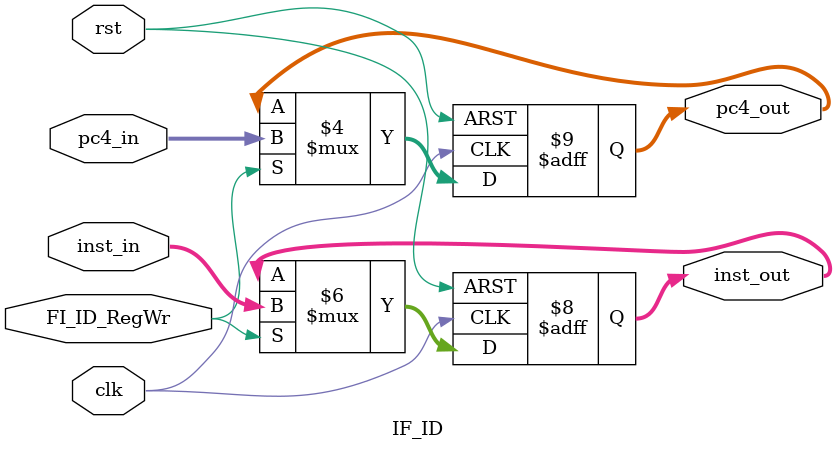
<source format=v>
`timescale 1ns / 1ps
module IF_ID (
    input clk,
    input rst,
    input FI_ID_RegWr,     // 来自冒险检测单元（写使能）
    input [31:0] inst_in,
    input [31:0] pc4_in,
    output reg [31:0] inst_out,
    output reg [31:0] pc4_out
);

// stall信号：当FI_ID_RegWr=0时暂停
wire stall = !FI_ID_RegWr;

always @(posedge clk or posedge rst) begin
    if (rst) begin
        inst_out <= 32'h00000020;  // NOP指令
        pc4_out <= 32'h00000000;
    end
    else if (!stall) begin
        // 只有FI_ID_RegWr=1时才更新
        inst_out <= inst_in;
        pc4_out <= pc4_in;
    end
    // stall=1时：保持原值（不写）
end

endmodule
</source>
